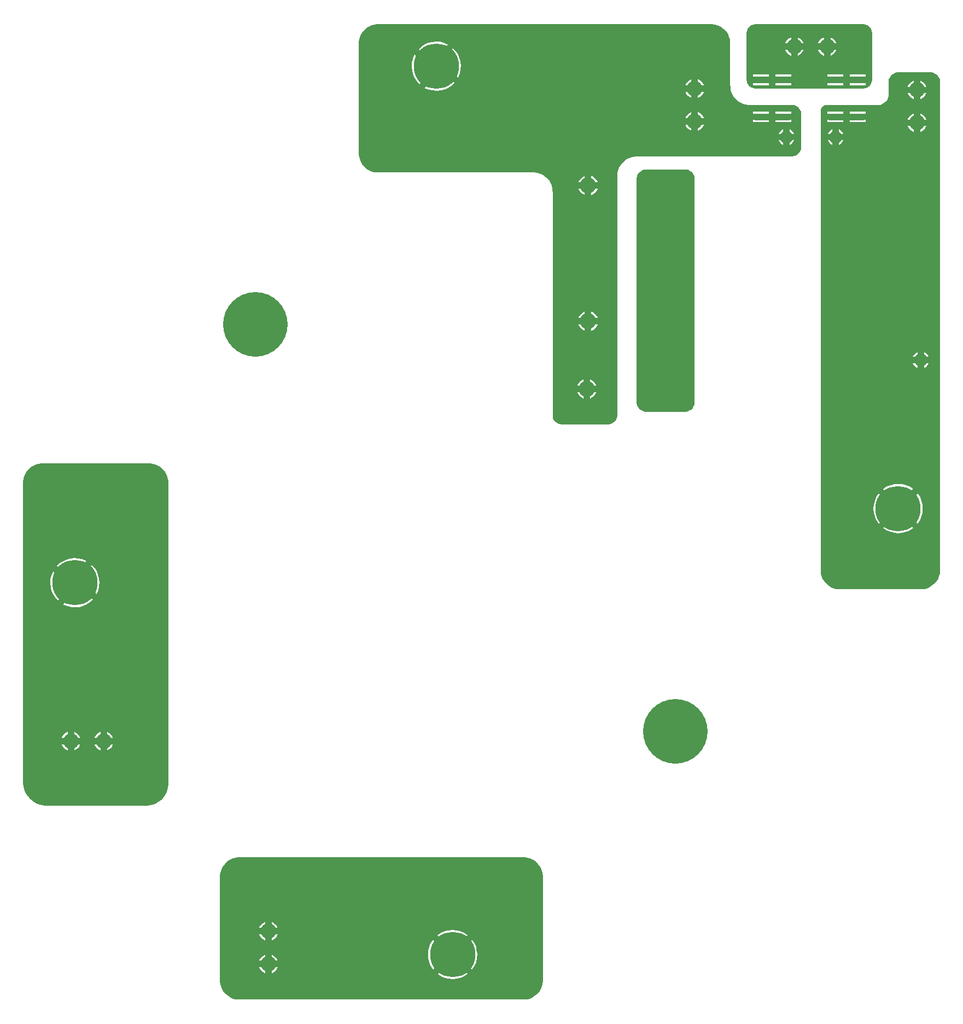
<source format=gtl>
%FSTAX23Y23*%
%MOIN*%
%SFA1B1*%

%IPPOS*%
%ADD10R,0.212600X0.041300*%
%ADD11C,0.078700*%
%ADD12C,0.098400*%
%ADD13C,0.080000*%
%ADD14C,0.095000*%
%ADD15C,0.275600*%
%ADD16C,0.393700*%
%ADD17C,0.035400*%
%LNr100.230.040.001-00_filtr1-1*%
%LPD*%
G36*
X01161Y03464D02*
D01*
X01169*
X01184Y03462*
X01199Y03458*
X01213Y03452*
X01227Y03444*
X01239Y03435*
X0125Y03424*
X01259Y03412*
X01267Y03398*
X01273Y03384*
X01277Y03369*
X01279Y03354*
Y03346*
Y01515*
Y01506*
X01277Y01488*
X01272Y01471*
X01265Y01454*
X01256Y01439*
X01245Y01424*
X01232Y01411*
X01218Y014*
X01202Y01391*
X01186Y01385*
X01168Y0138*
X0115Y01378*
X01141*
X00541*
X00531*
X00512Y0138*
X00493Y01385*
X00475Y01392*
X00459Y01402*
X00443Y01414*
X0043Y01428*
X00418Y01443*
X00408Y0146*
X00401Y01478*
X00396Y01496*
X00393Y01515*
Y01525*
Y03341*
Y03346*
Y03354*
X00395Y03369*
X00399Y03384*
X00405Y03398*
X00413Y03412*
X00422Y03424*
X00433Y03435*
X00446Y03444*
X00459Y03452*
X00473Y03458*
X00488Y03462*
X00504Y03464*
X00511*
X01161*
G37*
G36*
X04446Y05253D02*
X04457Y05249D01*
X04466Y05242*
X04475Y05234*
X04481Y05224*
X04485Y05214*
X04488Y05202*
Y05196*
Y03838*
Y03832*
X04485Y03821*
X04481Y0381*
X04475Y038*
X04466Y03792*
X04457Y03786*
X04446Y03781*
X04434Y03779*
X04429*
X04192*
X04187*
X04175Y03781*
X04164Y03786*
X04155Y03792*
X04147Y038*
X0414Y0381*
X04136Y03821*
X04133Y03832*
Y03838*
Y05196*
Y05202*
X04136Y05214*
X0414Y05224*
X04147Y05234*
X04155Y05242*
X04164Y05249*
X04175Y05253*
X04187Y05255*
X04192*
X04429*
X04435*
X04446Y05253*
G37*
G36*
X03444Y01063D02*
X03452D01*
X03468Y01061*
X03482Y01057*
X03497Y01051*
X0351Y01043*
X03522Y01033*
X03533Y01022*
X03543Y0101*
X03551Y00997*
X03557Y00982*
X03561Y00968*
X03563Y00952*
Y00944*
Y00315*
Y00307*
X03561Y00291*
X03557Y00276*
X03551Y00262*
X03543Y00249*
X03533Y00236*
X03522Y00226*
X0351Y00216*
X03497Y00208*
X03482Y00202*
X03468Y00198*
X03452Y00196*
X03444*
X01712*
X01704*
X01689Y00198*
X01674Y00202*
X0166Y00208*
X01646Y00216*
X01634Y00226*
X01623Y00236*
X01614Y00249*
X01606Y00262*
X016Y00276*
X01596Y00291*
X01594Y00307*
Y00315*
Y00944*
Y00952*
X01596Y00968*
X016Y00982*
X01606Y00997*
X01614Y0101*
X01623Y01022*
X01634Y01033*
X01646Y01043*
X0166Y01051*
X01674Y01057*
X01689Y01061*
X01704Y01063*
X01712*
X03444*
G37*
G36*
X05925Y05846D02*
D01*
X05931*
X05942Y05844*
X05953Y05839*
X05962Y05833*
X05971Y05825*
X05977Y05815*
X05982Y05804*
X05984Y05793*
Y05787*
Y05649*
Y02815*
Y02807*
X05982Y02791*
X05978Y02776*
X05972Y02762*
X05964Y02749*
X05955Y02736*
X05944Y02726*
X05931Y02716*
X05918Y02708*
X05904Y02702*
X05889Y02698*
X05873Y02696*
X05866*
X05374*
X05366*
X0535Y02698*
X05336Y02702*
X05321Y02708*
X05308Y02716*
X05296Y02726*
X05285Y02736*
X05275Y02749*
X05267Y02762*
X05261Y02776*
X05257Y02791*
X05255Y02807*
Y02815*
Y0561*
X05256Y05615*
X05257Y05621*
X0526Y05628*
X05264Y05635*
X0527Y0564*
X05276Y05645*
X05283Y05648*
X05291Y05649*
X05295*
X05605*
X0561*
X05616Y05649*
X05627Y05652*
X05638Y05656*
X05647Y05663*
X05655Y05671*
X05662Y0568*
X05666Y05691*
X05669Y05702*
X05669Y05708*
Y05782*
Y05787*
Y05793*
X05671Y05804*
X05676Y05815*
X05682Y05825*
X0569Y05833*
X057Y05839*
X05711Y05844*
X05722Y05846*
X05728*
X05925*
G37*
G36*
X05511Y06141D02*
X05517D01*
X05529Y06139*
X05539Y06135*
X05549Y06128*
X05557Y0612*
X05564Y0611*
X05568Y06099*
X0557Y06088*
Y06082*
Y05807*
Y05801*
X05568Y05789*
X05564Y05779*
X05557Y05769*
X05549Y05761*
X05539Y05754*
X05529Y0575*
X05517Y05748*
X05511*
X04862*
X04856*
X04845Y0575*
X04834Y05754*
X04824Y05761*
X04816Y05769*
X04809Y05779*
X04805Y05789*
X04803Y05801*
Y05807*
X04803Y06078*
Y06082*
Y06088*
X04805Y06099*
X04809Y0611*
X04816Y0612*
X04824Y06128*
X04834Y06135*
X04845Y06139*
X04856Y06141*
X04862*
X05511*
G37*
G36*
X04609Y06139D02*
X04624Y06135D01*
X04639Y06129*
X04652Y06122*
X04664Y06112*
X04675Y06101*
X04685Y06089*
X04692Y06076*
X04698Y06061*
X04702Y06046*
X04704Y06031*
Y06023*
Y05767*
X04705Y0576*
X04707Y05744*
X04711Y05729*
X04716Y05715*
X04724Y05702*
X04734Y05689*
X04745Y05678*
X04757Y05669*
X0477Y05661*
X04784Y05655*
X04799Y05651*
X04815Y05649*
X04822Y05649*
X05078*
X05084*
X05096Y05647*
X05106Y05642*
X05116Y05636*
X05124Y05628*
X05131Y05618*
X05135Y05607*
X05137Y05596*
Y0559*
Y05393*
Y05387*
X05135Y05376*
X05131Y05365*
X05124Y05356*
X05116Y05347*
X05106Y05341*
X05096Y05336*
X05084Y05334*
X04133*
X04126Y05334*
X0411Y05332*
X04095Y05328*
X04081Y05322*
X04068Y05314*
X04056Y05305*
X04045Y05294*
X04035Y05282*
X04027Y05268*
X04022Y05254*
X04018Y05239*
X04016Y05224*
X04015Y05216*
Y03759*
Y03754*
X04013Y03742*
X04009Y03731*
X04002Y03722*
X03994Y03714*
X03984Y03707*
X03973Y03703*
X03962Y037*
X03956*
X03681*
X03675*
X03663Y03703*
X03653Y03707*
X03643Y03714*
X03635Y03722*
X03628Y03731*
X03624Y03742*
X03622Y03754*
Y03759*
Y05118*
X03621Y05125*
X03619Y05141*
X03615Y05156*
X03609Y0517*
X03602Y05183*
X03592Y05196*
X03581Y05206*
X03569Y05216*
X03556Y05224*
X03541Y0523*
X03527Y05234*
X03511Y05236*
X03503Y05236*
X02559*
X02551*
X02536Y05238*
X02521Y05242*
X02506Y05248*
X02493Y05255*
X02481Y05265*
X0247Y05276*
X0246Y05288*
X02452Y05302*
X02447Y05316*
X02443Y05331*
X0244Y05346*
Y05354*
Y06018*
Y06023*
Y06031*
X02443Y06046*
X02447Y06061*
X02452Y06076*
X0246Y06089*
X0247Y06101*
X02481Y06112*
X02493Y06122*
X02506Y06129*
X02521Y06135*
X02536Y06139*
X02551Y06141*
X02559*
X04586*
X04594*
X04609Y06139*
G37*
%LNr100.230.040.001-00_filtr1-2*%
%LPC*%
G36*
X00714Y02709D02*
X0064Y02603D01*
X00644Y02601*
X00666Y02593*
X00689Y02588*
X00712Y02586*
X00735Y02588*
X00758Y02594*
X0078Y02604*
X008Y02616*
X00817Y02632*
X0082Y02635*
X00714Y02709*
G37*
G36*
X00905Y01827D02*
Y01791D01*
X00941*
X0094Y01794*
X00935Y01804*
X00928Y01813*
X00918Y01821*
X00908Y01826*
X00905Y01827*
G37*
G36*
X00866D02*
X00863Y01826D01*
X00852Y01821*
X00843Y01813*
X00836Y01804*
X0083Y01794*
X00829Y01791*
X00866*
Y01827*
G37*
G36*
X00707Y02886D02*
X00683Y02884D01*
X00661Y02878*
X00639Y02869*
X00619Y02856*
X00601Y0284*
X00599Y02838*
X00705Y02764*
X00778Y02869*
X00775Y02871*
X00753Y0288*
X0073Y02885*
X00707Y02886*
G37*
G36*
X00811Y02847D02*
X00737Y02741D01*
X00842Y02667*
X00844Y0267*
X00853Y02692*
X00858Y02715*
X00859Y02739*
X00857Y02762*
X00851Y02785*
X00842Y02807*
X00829Y02827*
X00814Y02844*
X00811Y02847*
G37*
G36*
X00576Y02805D02*
X00575Y02802D01*
X00566Y0278*
X00561Y02757*
X00559Y02734*
X00562Y0271*
X00567Y02687*
X00577Y02666*
X0059Y02646*
X00605Y02628*
X00608Y02626*
X00682Y02731*
X00576Y02805*
G37*
G36*
X00866Y01752D02*
X00829D01*
X0083Y01748*
X00836Y01738*
X00843Y01729*
X00852Y01722*
X00863Y01716*
X00866Y01715*
Y01752*
G37*
G36*
X00741D02*
X00705D01*
Y01715*
X00708Y01716*
X00718Y01722*
X00728Y01729*
X00735Y01738*
X0074Y01748*
X00741Y01752*
G37*
G36*
X00666D02*
X00629D01*
X0063Y01748*
X00636Y01738*
X00643Y01729*
X00652Y01722*
X00663Y01716*
X00666Y01715*
Y01752*
G37*
G36*
X00705Y01827D02*
Y01791D01*
X00741*
X0074Y01794*
X00735Y01804*
X00728Y01813*
X00718Y01821*
X00708Y01826*
X00705Y01827*
G37*
G36*
X00666D02*
X00663Y01826D01*
X00652Y01821*
X00643Y01813*
X00636Y01804*
X0063Y01794*
X00629Y01791*
X00666*
Y01827*
G37*
G36*
X00941Y01752D02*
X00905D01*
Y01715*
X00908Y01716*
X00918Y01722*
X00928Y01729*
X00935Y01738*
X0094Y01748*
X00941Y01752*
G37*
G36*
X0187Y00593D02*
X01833D01*
X01834Y0059*
X0184Y0058*
X01847Y00571*
X01856Y00563*
X01867Y00558*
X0187Y00557*
Y00593*
G37*
G36*
X03012Y00621D02*
X02988Y00619D01*
X02965Y00614*
X02944Y00605*
X02924Y00592*
X02921Y0059*
X03012Y00499*
X03103Y0059*
X031Y00592*
X0308Y00605*
X03058Y00614*
X03035Y00619*
X03012Y00621*
G37*
G36*
X01909Y00469D02*
Y00433D01*
X01945*
X01944Y00436*
X01939Y00446*
X01931Y00455*
X01922Y00462*
X01912Y00468*
X01909Y00469*
G37*
G36*
Y00669D02*
Y00633D01*
X01945*
X01944Y00636*
X01939Y00646*
X01931Y00655*
X01922Y00662*
X01912Y00668*
X01909Y00669*
G37*
G36*
X0187D02*
X01867Y00668D01*
X01856Y00662*
X01847Y00655*
X0184Y00646*
X01834Y00636*
X01833Y00633*
X0187*
Y00669*
G37*
G36*
X01945Y00593D02*
X01909D01*
Y00557*
X01912Y00558*
X01922Y00563*
X01931Y00571*
X01939Y0058*
X01944Y0059*
X01945Y00593*
G37*
G36*
Y00393D02*
X01909D01*
Y00357*
X01912Y00358*
X01922Y00363*
X01931Y00371*
X01939Y0038*
X01944Y0039*
X01945Y00393*
G37*
G36*
X0187D02*
X01833D01*
X01834Y0039*
X0184Y0038*
X01847Y00371*
X01856Y00363*
X01867Y00358*
X0187Y00357*
Y00393*
G37*
G36*
X03012Y00443D02*
X02921Y00352D01*
X02924Y0035*
X02944Y00337*
X02965Y00328*
X02988Y00323*
X03012Y00321*
X03035Y00323*
X03058Y00328*
X0308Y00337*
X031Y0035*
X03103Y00352*
X03012Y00443*
G37*
G36*
X0187Y00469D02*
X01867Y00468D01*
X01856Y00462*
X01847Y00455*
X0184Y00446*
X01834Y00436*
X01833Y00433*
X0187*
Y00469*
G37*
G36*
X02893Y00562D02*
X0289Y00559D01*
X02878Y00539*
X02869Y00517*
X02864Y00495*
X02862Y00471*
X02864Y00448*
X02869Y00425*
X02878Y00403*
X0289Y00383*
X02893Y0038*
X02984Y00471*
X02893Y00562*
G37*
G36*
X03131D02*
X0304Y00471D01*
X03131Y0038*
X03133Y00383*
X03146Y00403*
X03155Y00425*
X0316Y00448*
X03162Y00471*
X0316Y00495*
X03155Y00517*
X03146Y00539*
X03133Y00559*
X03131Y00562*
G37*
G36*
X05846Y04074D02*
X05818D01*
X0582Y04068*
X05829Y04057*
X0584Y04049*
X05846Y04046*
Y04074*
G37*
G36*
X05914D02*
X05885D01*
Y04046*
X05892Y04049*
X05903Y04057*
X05911Y04068*
X05914Y04074*
G37*
G36*
X05728Y03339D02*
X05705Y03337D01*
X05682Y03332*
X0566Y03323*
X0564Y0331*
X05637Y03308*
X05728Y03217*
X05819Y03308*
X05816Y0331*
X05796Y03323*
X05775Y03332*
X05752Y03337*
X05728Y03339*
G37*
G36*
X05609Y0328D02*
X05607Y03277D01*
X05594Y03257*
X05585Y03235*
X0558Y03212*
X05578Y03189*
X0558Y03165*
X05585Y03142*
X05594Y03121*
X05607Y03101*
X05609Y03098*
X057Y03189*
X05609Y0328*
G37*
G36*
X05847D02*
X05756Y03189D01*
X05847Y03098*
X0585Y03101*
X05862Y03121*
X05871Y03142*
X05876Y03165*
X05878Y03189*
X05876Y03212*
X05871Y03235*
X05862Y03257*
X0585Y03277*
X05847Y0328*
G37*
G36*
X05728Y03161D02*
X05637Y0307D01*
X0564Y03067*
X0566Y03055*
X05682Y03046*
X05705Y03041*
X05728Y03039*
X05752Y03041*
X05775Y03046*
X05796Y03055*
X05816Y03067*
X05819Y0307*
X05728Y03161*
G37*
G36*
X05846Y04142D02*
X0584Y04139D01*
X05829Y04131*
X0582Y0412*
X05818Y04114*
X05846*
Y04142*
G37*
G36*
X05327Y05433D02*
X05299D01*
X05302Y05426*
X0531Y05416*
X05321Y05408*
X05327Y05405*
Y05433*
G37*
G36*
X05885Y04142D02*
Y04114D01*
X05914*
X05911Y0412*
X05903Y04131*
X05892Y04139*
X05885Y04142*
G37*
G36*
X05863Y05796D02*
Y05759D01*
X05899*
X05898Y05763*
X05893Y05773*
X05885Y05782*
X05876Y05789*
X05866Y05795*
X05863Y05796*
G37*
G36*
X05823D02*
X0582Y05795D01*
X0581Y05789*
X05801Y05782*
X05793Y05773*
X05788Y05763*
X05787Y05759*
X05823*
Y05796*
G37*
G36*
X05899Y0552D02*
X05863D01*
Y05484*
X05866Y05485*
X05876Y0549*
X05885Y05498*
X05893Y05507*
X05898Y05517*
X05899Y0552*
G37*
G36*
X05393Y05556D02*
X05295D01*
Y05543*
X05393*
Y05556*
G37*
G36*
X05327Y055D02*
X05321Y05497D01*
X0531Y05489*
X05302Y05478*
X05299Y05472*
X05327*
Y055*
G37*
G36*
X05394Y05433D02*
X05366D01*
Y05405*
X05372Y05408*
X05383Y05416*
X05391Y05426*
X05394Y05433*
G37*
G36*
X05823Y0552D02*
X05787D01*
X05788Y05517*
X05793Y05507*
X05801Y05498*
X0581Y0549*
X0582Y05485*
X05823Y05484*
Y0552*
G37*
G36*
X05366Y055D02*
Y05472D01*
X05394*
X05391Y05478*
X05383Y05489*
X05372Y05497*
X05366Y055*
G37*
G36*
X05531Y05608D02*
X05433D01*
Y05595*
X05531*
Y05608*
G37*
G36*
X05899Y0572D02*
X05863D01*
Y05684*
X05866Y05685*
X05876Y0569*
X05885Y05698*
X05893Y05707*
X05898Y05717*
X05899Y0572*
G37*
G36*
X05823D02*
X05787D01*
X05788Y05717*
X05793Y05707*
X05801Y05698*
X0581Y0569*
X0582Y05685*
X05823Y05684*
Y0572*
G37*
G36*
X05863Y05596D02*
Y05559D01*
X05899*
X05898Y05563*
X05893Y05573*
X05885Y05582*
X05876Y05589*
X05866Y05595*
X05863Y05596*
G37*
G36*
X05823D02*
X0582Y05595D01*
X0581Y05589*
X05801Y05582*
X05793Y05573*
X05788Y05563*
X05787Y05559*
X05823*
Y05596*
G37*
G36*
X05531Y05556D02*
X05433D01*
Y05543*
X05531*
Y05556*
G37*
G36*
X05393Y05608D02*
X05295D01*
Y05595*
X05393*
Y05608*
G37*
G36*
X05531Y05782D02*
X05433D01*
Y05769*
X05531*
Y05782*
G37*
G36*
X05393D02*
X05295D01*
Y05769*
X05393*
Y05782*
G37*
G36*
X05078D02*
X0498D01*
Y05769*
X05078*
Y05782*
G37*
G36*
X0494Y05834D02*
X04842D01*
Y05821*
X0494*
Y05834*
G37*
G36*
Y05782D02*
X04842D01*
Y05769*
X0494*
Y05782*
G37*
G36*
X05075Y06059D02*
X05072Y06059D01*
X05062Y06053*
X05053Y06046*
X05045Y06037*
X0504Y06026*
X05039Y06023*
X05075*
Y06059*
G37*
G36*
X05351Y05984D02*
X05315D01*
Y05947*
X05318Y05948*
X05328Y05954*
X05337Y05961*
X05344Y0597*
X0535Y05981*
X05351Y05984*
G37*
G36*
X05275D02*
X05239D01*
X0524Y05981*
X05245Y0597*
X05253Y05961*
X05262Y05954*
X05272Y05948*
X05275Y05947*
Y05984*
G37*
G36*
X05315Y06059D02*
Y06023D01*
X05351*
X0535Y06026*
X05344Y06037*
X05337Y06046*
X05328Y06053*
X05318Y06059*
X05315Y06059*
G37*
G36*
X05275D02*
X05272Y06059D01*
X05262Y06053*
X05253Y06046*
X05245Y06037*
X0524Y06026*
X05239Y06023*
X05275*
Y06059*
G37*
G36*
X05115D02*
Y06023D01*
X05151*
X0515Y06026*
X05144Y06037*
X05137Y06046*
X05128Y06053*
X05118Y06059*
X05115Y06059*
G37*
G36*
X05531Y05834D02*
X05433D01*
Y05821*
X05531*
Y05834*
G37*
G36*
X05393D02*
X05295D01*
Y05821*
X05393*
Y05834*
G37*
G36*
X05078D02*
X0498D01*
Y05821*
X05078*
Y05834*
G37*
G36*
X05151Y05984D02*
X05115D01*
Y05947*
X05118Y05948*
X05128Y05954*
X05137Y05961*
X05144Y0597*
X0515Y05981*
X05151Y05984*
G37*
G36*
X05075D02*
X05039D01*
X0504Y05981*
X05045Y0597*
X05053Y05961*
X05062Y05954*
X05072Y05948*
X05075Y05947*
Y05984*
G37*
G36*
X03811Y03975D02*
X03807Y03974D01*
X03796Y03968*
X03787Y0396*
X03779Y03951*
X03774Y0394*
X03772Y03937*
X03811*
Y03975*
G37*
G36*
X0385D02*
Y03937D01*
X03888*
X03887Y0394*
X03881Y03951*
X03874Y0396*
X03864Y03968*
X03854Y03974*
X0385Y03975*
G37*
G36*
X03888Y03897D02*
X0385D01*
Y03859*
X03854Y0386*
X03864Y03866*
X03874Y03874*
X03881Y03883*
X03887Y03893*
X03888Y03897*
G37*
G36*
X03811D02*
X03772D01*
X03774Y03893*
X03779Y03883*
X03787Y03874*
X03796Y03866*
X03807Y0386*
X03811Y03859*
Y03897*
G37*
G36*
X03818Y05215D02*
X03815Y05214D01*
X03804Y05208*
X03795Y052*
X03787Y05191*
X03781Y0518*
X0378Y05177*
X03818*
Y05215*
G37*
G36*
X03896Y05137D02*
X03858D01*
Y05099*
X03862Y051*
X03872Y05106*
X03881Y05114*
X03889Y05123*
X03895Y05134*
X03896Y05137*
G37*
G36*
X03858Y05215D02*
Y05177D01*
X03896*
X03895Y0518*
X03889Y05191*
X03881Y052*
X03872Y05208*
X03862Y05214*
X03858Y05215*
G37*
G36*
X05027Y05433D02*
X04999D01*
X05002Y05426*
X0501Y05416*
X05021Y05408*
X05027Y05405*
Y05433*
G37*
G36*
X03818Y05137D02*
X0378D01*
X03781Y05134*
X03787Y05123*
X03795Y05114*
X03804Y05106*
X03815Y051*
X03818Y05099*
Y05137*
G37*
G36*
Y04311D02*
X0378D01*
X03781Y04307*
X03787Y04296*
X03795Y04287*
X03804Y04279*
X03815Y04274*
X03818Y04272*
Y04311*
G37*
G36*
X03896D02*
X03858D01*
Y04272*
X03862Y04274*
X03872Y04279*
X03881Y04287*
X03889Y04296*
X03895Y04307*
X03896Y04311*
G37*
G36*
X03858Y04388D02*
Y0435D01*
X03896*
X03895Y04354*
X03889Y04364*
X03881Y04374*
X03872Y04381*
X03862Y04387*
X03858Y04388*
G37*
G36*
X03818D02*
X03815Y04387D01*
X03804Y04381*
X03795Y04374*
X03787Y04364*
X03781Y04354*
X0378Y0435*
X03818*
Y04388*
G37*
G36*
X05094Y05433D02*
X05066D01*
Y05405*
X05072Y05408*
X05083Y05416*
X05091Y05426*
X05094Y05433*
G37*
G36*
X03014Y05995D02*
X0294Y05889D01*
X03046Y05815*
X03047Y05819*
X03056Y05841*
X03061Y05863*
X03063Y05887*
X0306Y0591*
X03054Y05933*
X03045Y05955*
X03032Y05975*
X03017Y05992*
X03014Y05995*
G37*
G36*
X0278Y05953D02*
X02778Y0595D01*
X02769Y05928*
X02764Y05905*
X02763Y05882*
X02765Y05858*
X02771Y05836*
X0278Y05814*
X02793Y05794*
X02808Y05776*
X02811Y05774*
X02885Y0588*
X0278Y05953*
G37*
G36*
X02917Y05857D02*
X02844Y05751D01*
X02847Y05749*
X02869Y05741*
X02892Y05736*
X02915Y05734*
X02939Y05737*
X02961Y05742*
X02983Y05752*
X03003Y05765*
X03021Y0578*
X03023Y05783*
X02917Y05857*
G37*
G36*
X04507Y05804D02*
Y05767D01*
X04544*
X04543Y0577*
X04537Y05781*
X0453Y0579*
X04521Y05797*
X04511Y05803*
X04507Y05804*
G37*
G36*
X04468D02*
X04465Y05803D01*
X04455Y05797*
X04446Y0579*
X04438Y05781*
X04433Y0577*
X04432Y05767*
X04468*
Y05804*
G37*
G36*
X0291Y06034D02*
X02887Y06032D01*
X02864Y06026*
X02842Y06017*
X02822Y06004*
X02805Y05989*
X02802Y05986*
X02908Y05912*
X02982Y06017*
X02978Y06019*
X02956Y06028*
X02933Y06033*
X0291Y06034*
G37*
G36*
X04468Y05728D02*
X04432D01*
X04433Y05725*
X04438Y05714*
X04446Y05705*
X04455Y05698*
X04465Y05693*
X04468Y05692*
Y05728*
G37*
G36*
Y05528D02*
X04432D01*
X04433Y05525*
X04438Y05514*
X04446Y05505*
X04455Y05498*
X04465Y05493*
X04468Y05492*
Y05528*
G37*
G36*
X04544D02*
X04507D01*
Y05492*
X04511Y05493*
X04521Y05498*
X0453Y05505*
X04537Y05514*
X04543Y05525*
X04544Y05528*
G37*
G36*
X05078Y05556D02*
X0498D01*
Y05543*
X05078*
Y05556*
G37*
G36*
X0494D02*
X04842D01*
Y05543*
X0494*
Y05556*
G37*
G36*
X05027Y055D02*
X05021Y05497D01*
X0501Y05489*
X05002Y05478*
X04999Y05472*
X05027*
Y055*
G37*
G36*
X05066D02*
Y05472D01*
X05094*
X05091Y05478*
X05083Y05489*
X05072Y05497*
X05066Y055*
G37*
G36*
X05078Y05608D02*
X0498D01*
Y05595*
X05078*
Y05608*
G37*
G36*
X0494D02*
X04842D01*
Y05595*
X0494*
Y05608*
G37*
G36*
X04544Y05728D02*
X04507D01*
Y05692*
X04511Y05693*
X04521Y05698*
X0453Y05705*
X04537Y05714*
X04543Y05725*
X04544Y05728*
G37*
G36*
X04507Y05604D02*
Y05567D01*
X04544*
X04543Y0557*
X04537Y05581*
X0453Y0559*
X04521Y05597*
X04511Y05603*
X04507Y05604*
G37*
G36*
X04468D02*
X04465Y05603D01*
X04455Y05597*
X04446Y0559*
X04438Y05581*
X04433Y0557*
X04432Y05567*
X04468*
Y05604*
G37*
%LNr100.230.040.001-00_filtr1-3*%
%LPD*%
G54D10*
X0496Y05575D03*
Y05802D03*
X05413D03*
Y05575D03*
G54D11*
X05046Y05452D03*
X05346D03*
G54D12*
X04232Y03917D03*
X0383D03*
X0424Y0433D03*
X03838D03*
X0424Y04744D03*
X03838D03*
X0424Y05157D03*
X03838D03*
G54D13*
X04389Y0494D03*
X05866D03*
Y04094D03*
X04389D03*
G54D14*
X00685Y01771D03*
X00885D03*
X04488Y05548D03*
Y05748D03*
X01889Y00613D03*
Y00413D03*
X05843Y0574D03*
Y0554D03*
X05095Y06003D03*
X05295D03*
G54D15*
X05728Y03189D03*
X03012Y00471D03*
X00709Y02736D03*
X02913Y05884D03*
G54D16*
X0437Y0183D03*
X01811Y04311D03*
G54D17*
X01677Y00259D03*
Y00338D03*
Y00417D03*
Y00496D03*
Y00574D03*
Y00653D03*
Y00732D03*
Y00811D03*
Y00889D03*
Y00968D03*
X01755Y00259D03*
Y00338D03*
Y00417D03*
Y00496D03*
Y00574D03*
Y00653D03*
Y00732D03*
Y00811D03*
Y00889D03*
Y00968D03*
X01834Y00259D03*
Y00338D03*
Y00732D03*
Y00811D03*
Y00889D03*
Y00968D03*
X01913Y00259D03*
Y00338D03*
Y00732D03*
Y00811D03*
Y00889D03*
Y00968D03*
X01992Y00259D03*
Y00338D03*
Y00417D03*
Y00496D03*
Y00574D03*
Y00653D03*
Y00732D03*
Y00811D03*
Y00889D03*
Y00968D03*
X0207Y00259D03*
Y00338D03*
Y00417D03*
Y00496D03*
Y00574D03*
Y00653D03*
Y00732D03*
Y00811D03*
Y00889D03*
Y00968D03*
X02149Y00259D03*
Y00338D03*
Y00417D03*
Y00496D03*
Y00574D03*
Y00653D03*
Y00732D03*
Y00811D03*
Y00889D03*
Y00968D03*
X027Y00259D03*
Y00338D03*
Y00417D03*
Y00496D03*
Y00574D03*
Y00653D03*
Y00732D03*
Y00811D03*
Y00889D03*
Y00968D03*
X02779Y00259D03*
Y00338D03*
Y00417D03*
Y00496D03*
Y00574D03*
Y00653D03*
Y00732D03*
Y00811D03*
Y00889D03*
Y00968D03*
X02858Y00259D03*
Y00574D03*
Y00653D03*
Y00732D03*
Y00811D03*
Y00889D03*
Y00968D03*
X02937Y00259D03*
Y00653D03*
Y00732D03*
Y00811D03*
Y00889D03*
Y00968D03*
X03015Y00259D03*
Y00653D03*
Y00732D03*
Y00811D03*
Y00889D03*
Y00968D03*
X03094Y00259D03*
Y00653D03*
Y00732D03*
Y00811D03*
Y00889D03*
Y00968D03*
X03173Y00259D03*
Y00338D03*
Y00417D03*
Y00496D03*
Y00574D03*
Y00653D03*
Y00732D03*
Y00811D03*
Y00889D03*
Y00968D03*
X03252Y00259D03*
Y00338D03*
Y00417D03*
Y00496D03*
Y00574D03*
Y00653D03*
Y00732D03*
Y00811D03*
Y00889D03*
Y00968D03*
X00417Y01519D03*
Y01598D03*
Y01677D03*
Y01755D03*
Y01834D03*
Y01913D03*
Y01992D03*
X00496Y01519D03*
Y01598D03*
Y01677D03*
Y01755D03*
Y01834D03*
Y01913D03*
Y01992D03*
X00574Y01519D03*
Y01598D03*
Y01677D03*
Y01755D03*
Y01834D03*
Y01913D03*
Y01992D03*
X00653Y01519D03*
Y01598D03*
Y01677D03*
Y01913D03*
Y01992D03*
X00732Y01519D03*
Y01598D03*
Y01677D03*
Y01834D03*
Y01913D03*
Y01992D03*
X00811Y01519D03*
Y01598D03*
Y01677D03*
Y01755D03*
Y01834D03*
Y01913D03*
Y01992D03*
X00889Y01519D03*
Y01598D03*
Y01677D03*
Y01913D03*
Y01992D03*
X00968Y01519D03*
Y01598D03*
Y01677D03*
Y01755D03*
Y01834D03*
Y01913D03*
Y01992D03*
X01047Y01519D03*
Y01598D03*
Y01677D03*
Y01755D03*
Y01834D03*
Y01913D03*
Y01992D03*
X01126Y01519D03*
Y01598D03*
Y01677D03*
Y01755D03*
Y01834D03*
Y01913D03*
Y01992D03*
X01204Y01519D03*
Y01598D03*
Y01677D03*
Y01755D03*
Y01834D03*
Y01913D03*
Y01992D03*
X00417Y02307D03*
Y02385D03*
Y02464D03*
Y02543D03*
Y02622D03*
Y027D03*
Y02779D03*
Y02858D03*
Y02937D03*
X00496Y02307D03*
Y02385D03*
Y02464D03*
Y02543D03*
Y02622D03*
Y027D03*
Y02779D03*
Y02858D03*
Y02937D03*
X00574Y02307D03*
Y02385D03*
Y02464D03*
Y02543D03*
Y02858D03*
Y02937D03*
X00653Y02307D03*
Y02385D03*
Y02464D03*
Y02937D03*
X00732Y02307D03*
Y02385D03*
Y02464D03*
Y02937D03*
X00811Y02307D03*
Y02385D03*
Y02464D03*
Y02543D03*
Y02858D03*
Y02937D03*
X00889Y02307D03*
Y02385D03*
Y02464D03*
Y02543D03*
Y02622D03*
Y027D03*
Y02779D03*
Y02858D03*
Y02937D03*
X00968Y02307D03*
Y02385D03*
Y02464D03*
Y02543D03*
Y02622D03*
Y027D03*
Y02779D03*
Y02858D03*
Y02937D03*
X01047Y02307D03*
Y02385D03*
Y02464D03*
Y02543D03*
Y02622D03*
Y027D03*
Y02779D03*
Y02858D03*
Y02937D03*
X01126Y02307D03*
Y02385D03*
Y02464D03*
Y02543D03*
Y02622D03*
Y027D03*
Y02779D03*
Y02858D03*
Y02937D03*
X01204Y02307D03*
Y02385D03*
Y02464D03*
Y02543D03*
Y02622D03*
Y027D03*
Y02779D03*
Y02858D03*
Y02937D03*
X05299Y02779D03*
Y02858D03*
Y02937D03*
Y03015D03*
Y03094D03*
Y03173D03*
Y03252D03*
Y0333D03*
Y03409D03*
Y03488D03*
Y03566D03*
Y03645D03*
X05378Y02779D03*
Y02858D03*
Y02937D03*
Y03015D03*
Y03094D03*
Y03173D03*
Y03252D03*
Y0333D03*
Y03409D03*
Y03488D03*
Y03566D03*
Y03645D03*
X05456Y02779D03*
Y02858D03*
Y02937D03*
Y03015D03*
Y03094D03*
Y03173D03*
Y03252D03*
Y0333D03*
Y03409D03*
Y03488D03*
Y03566D03*
Y03645D03*
X05535Y02779D03*
Y02858D03*
Y02937D03*
Y03015D03*
Y03094D03*
Y03173D03*
Y03252D03*
Y0333D03*
Y03409D03*
Y03488D03*
Y03566D03*
Y03645D03*
X05614Y02779D03*
Y02858D03*
Y02937D03*
Y03015D03*
Y03409D03*
Y03488D03*
Y03566D03*
Y03645D03*
X05692Y02779D03*
Y02858D03*
Y02937D03*
Y03015D03*
Y03409D03*
Y03488D03*
Y03566D03*
Y03645D03*
X05771Y02779D03*
Y02858D03*
Y02937D03*
Y03015D03*
Y03409D03*
Y03488D03*
Y03566D03*
Y03645D03*
X0585Y02779D03*
Y02858D03*
Y02937D03*
Y03015D03*
Y03409D03*
Y03488D03*
Y03566D03*
Y03645D03*
X05929Y02779D03*
Y02858D03*
Y02937D03*
Y03015D03*
Y03094D03*
Y0333D03*
Y03409D03*
Y03488D03*
Y03566D03*
Y03645D03*
X02464Y05378D03*
Y05456D03*
Y05535D03*
Y05614D03*
Y05692D03*
Y05771D03*
Y0585D03*
Y05929D03*
Y06007D03*
X02543Y05299D03*
Y05378D03*
Y05456D03*
Y05535D03*
Y05614D03*
Y05692D03*
Y05771D03*
Y0585D03*
Y05929D03*
Y06007D03*
X02622Y05299D03*
Y05378D03*
Y05456D03*
Y05535D03*
Y05614D03*
Y05692D03*
Y05771D03*
Y0585D03*
Y05929D03*
Y06007D03*
X027Y05299D03*
Y05378D03*
Y05456D03*
Y05535D03*
Y05614D03*
Y05692D03*
Y05771D03*
Y0585D03*
Y05929D03*
Y06007D03*
X02779Y05299D03*
Y05378D03*
Y05456D03*
Y05535D03*
Y05614D03*
Y05692D03*
Y05771D03*
X02858Y05299D03*
Y05378D03*
Y05456D03*
Y05535D03*
Y05614D03*
Y05692D03*
X02937Y05299D03*
Y05378D03*
Y05456D03*
Y05535D03*
Y05614D03*
Y05692D03*
X03015Y05299D03*
Y05378D03*
Y05456D03*
Y05535D03*
Y05614D03*
Y05692D03*
X03094Y05299D03*
Y05378D03*
Y05456D03*
Y05535D03*
Y05614D03*
Y05692D03*
Y05771D03*
X03173Y05299D03*
Y05378D03*
Y05456D03*
Y05535D03*
Y05614D03*
Y05692D03*
Y05771D03*
Y0585D03*
Y05929D03*
Y06007D03*
X03252Y05299D03*
Y05378D03*
Y05456D03*
Y05535D03*
Y05614D03*
Y05692D03*
Y05771D03*
Y0585D03*
Y05929D03*
Y06007D03*
X0333Y05299D03*
Y05378D03*
Y05456D03*
Y05535D03*
Y05614D03*
Y05692D03*
Y05771D03*
Y0585D03*
Y05929D03*
Y06007D03*
X04275Y05378D03*
Y05456D03*
Y05535D03*
Y05614D03*
Y05692D03*
Y05771D03*
Y0585D03*
Y05929D03*
X04354Y05378D03*
Y05456D03*
Y05535D03*
Y05614D03*
Y05692D03*
Y05771D03*
Y0585D03*
Y05929D03*
X04433Y05378D03*
Y05456D03*
Y05614D03*
Y05692D03*
Y0585D03*
Y05929D03*
X04511Y05378D03*
Y05456D03*
Y0585D03*
Y05929D03*
X0459Y05378D03*
Y05456D03*
Y05535D03*
Y05614D03*
Y05692D03*
Y05771D03*
Y0585D03*
Y05929D03*
X05692Y05378D03*
Y05456D03*
Y05535D03*
Y05614D03*
Y05692D03*
Y05771D03*
X05771Y05378D03*
Y05456D03*
Y05535D03*
Y05614D03*
Y05692D03*
Y05771D03*
X0585Y05378D03*
Y05456D03*
Y05614D03*
X05929Y05378D03*
Y05456D03*
Y05535D03*
Y05614D03*
Y05692D03*
Y05771D03*
M02*
</source>
